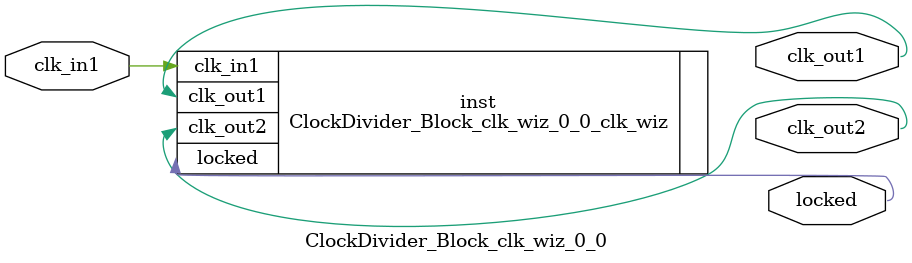
<source format=v>


`timescale 1ps/1ps

(* CORE_GENERATION_INFO = "ClockDivider_Block_clk_wiz_0_0,clk_wiz_v6_0_15_0_0,{component_name=ClockDivider_Block_clk_wiz_0_0,use_phase_alignment=true,use_min_o_jitter=true,use_max_i_jitter=false,use_dyn_phase_shift=false,use_inclk_switchover=false,use_dyn_reconfig=false,enable_axi=0,feedback_source=FDBK_AUTO,PRIMITIVE=PLL,num_out_clk=2,clkin1_period=8.138,clkin2_period=10.000,use_power_down=false,use_reset=false,use_locked=true,use_inclk_stopped=false,feedback_type=SINGLE,CLOCK_MGR_TYPE=NA,manual_override=false}" *)

module ClockDivider_Block_clk_wiz_0_0 
 (
  // Clock out ports
  output        clk_out1,
  output        clk_out2,
  // Status and control signals
  output        locked,
 // Clock in ports
  input         clk_in1
 );

  ClockDivider_Block_clk_wiz_0_0_clk_wiz inst
  (
  // Clock out ports  
  .clk_out1(clk_out1),
  .clk_out2(clk_out2),
  // Status and control signals               
  .locked(locked),
 // Clock in ports
  .clk_in1(clk_in1)
  );

endmodule

</source>
